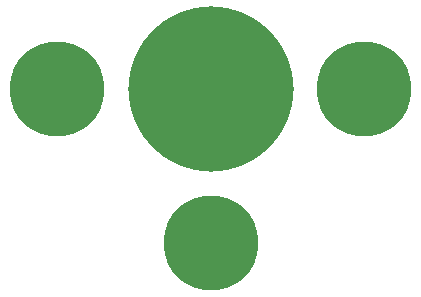
<source format=gbs>
G04 #@! TF.GenerationSoftware,KiCad,Pcbnew,5.1.9+dfsg1-1*
G04 #@! TF.CreationDate,2023-01-27T15:44:32+09:00*
G04 #@! TF.ProjectId,top,746f702e-6b69-4636-9164-5f7063625858,rev?*
G04 #@! TF.SameCoordinates,Original*
G04 #@! TF.FileFunction,Soldermask,Bot*
G04 #@! TF.FilePolarity,Negative*
%FSLAX46Y46*%
G04 Gerber Fmt 4.6, Leading zero omitted, Abs format (unit mm)*
G04 Created by KiCad (PCBNEW 5.1.9+dfsg1-1) date 2023-01-27 15:44:32*
%MOMM*%
%LPD*%
G01*
G04 APERTURE LIST*
%ADD10C,8.000000*%
%ADD11C,14.000000*%
G04 APERTURE END LIST*
D10*
X130000000Y-113000000D03*
X117000000Y-100000000D03*
X143000000Y-100000000D03*
D11*
X130000000Y-100000000D03*
M02*

</source>
